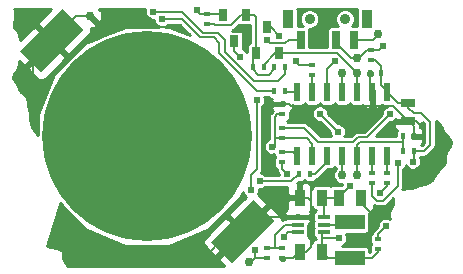
<source format=gbl>
G04 (created by PCBNEW (2013-may-18)-stable) date Mon 02 Nov 2015 08:13:46 PM CST*
%MOIN*%
G04 Gerber Fmt 3.4, Leading zero omitted, Abs format*
%FSLAX34Y34*%
G01*
G70*
G90*
G04 APERTURE LIST*
%ADD10C,0.00590551*%
%ADD11C,0.03*%
%ADD12R,0.0393701X0.015748*%
%ADD13R,0.0275591X0.0590551*%
%ADD14C,0.0354331*%
%ADD15R,0.0354331X0.0590551*%
%ADD16R,0.023622X0.0590551*%
%ADD17C,0.7*%
%ADD18R,0.0315X0.0394*%
%ADD19R,0.1X0.05*%
%ADD20R,0.035X0.055*%
%ADD21R,0.045X0.025*%
%ADD22R,0.0236X0.0157*%
%ADD23R,0.0157X0.0236*%
%ADD24C,0.024*%
%ADD25C,0.008*%
%ADD26C,0.01*%
G04 APERTURE END LIST*
G54D10*
G54D11*
X75800Y-56600D03*
X81100Y-64800D03*
X84200Y-61900D03*
X84700Y-58000D03*
X85400Y-57200D03*
X84700Y-61900D03*
X84200Y-58500D03*
X84700Y-58500D03*
G54D12*
X83583Y-63805D03*
X83583Y-63550D03*
X83583Y-63294D03*
X82716Y-63294D03*
X82716Y-63550D03*
X82716Y-63805D03*
G54D13*
X83995Y-57388D03*
X84585Y-57388D03*
X82814Y-57388D03*
G54D14*
X84290Y-56700D03*
X83109Y-56700D03*
G54D15*
X85018Y-56700D03*
X82381Y-56700D03*
G54D16*
X85700Y-61262D03*
X85200Y-61262D03*
X84700Y-61262D03*
X84200Y-61262D03*
X83700Y-61262D03*
X83200Y-61262D03*
X82700Y-61262D03*
X82700Y-59137D03*
X83200Y-59137D03*
X83700Y-59137D03*
X84200Y-59137D03*
X84700Y-59137D03*
X85200Y-59137D03*
X85700Y-59137D03*
G54D10*
G36*
X75578Y-57064D02*
X74164Y-58478D01*
X73457Y-57771D01*
X74871Y-56357D01*
X75578Y-57064D01*
X75578Y-57064D01*
G37*
G36*
X81942Y-63428D02*
X80528Y-64842D01*
X79821Y-64135D01*
X81235Y-62721D01*
X81942Y-63428D01*
X81942Y-63428D01*
G37*
G54D17*
X77700Y-60600D03*
G54D18*
X80600Y-57433D03*
X80975Y-56567D03*
X80225Y-56567D03*
X81700Y-56967D03*
X81325Y-57833D03*
X82075Y-57833D03*
G54D19*
X84450Y-64650D03*
X84450Y-63450D03*
G54D20*
X83525Y-62650D03*
X82775Y-62650D03*
X84075Y-62650D03*
X84825Y-62650D03*
X83525Y-64450D03*
X82775Y-64450D03*
G54D21*
X86400Y-59500D03*
X86400Y-60100D03*
G54D22*
X82200Y-64677D03*
X82200Y-64323D03*
G54D23*
X82773Y-61850D03*
X83127Y-61850D03*
G54D22*
X85700Y-62177D03*
X85700Y-61823D03*
X82200Y-59877D03*
X82200Y-59523D03*
X81700Y-64323D03*
X81700Y-64677D03*
G54D23*
X82277Y-58300D03*
X81923Y-58300D03*
G54D22*
X82200Y-60677D03*
X82200Y-60323D03*
X85400Y-64023D03*
X85400Y-64377D03*
X85150Y-58077D03*
X85150Y-57723D03*
G54D23*
X86577Y-60600D03*
X86223Y-60600D03*
X86223Y-61100D03*
X86577Y-61100D03*
X85477Y-58500D03*
X85123Y-58500D03*
G54D22*
X82200Y-61477D03*
X82200Y-61123D03*
G54D23*
X81923Y-59100D03*
X82277Y-59100D03*
X81577Y-58300D03*
X81223Y-58300D03*
G54D22*
X85200Y-62177D03*
X85200Y-61823D03*
X79700Y-56523D03*
X79700Y-56877D03*
X83200Y-58223D03*
X83200Y-58577D03*
G54D24*
X82250Y-63950D03*
X84100Y-64000D03*
X81850Y-60950D03*
X85800Y-59850D03*
X86550Y-61450D03*
X82100Y-57250D03*
X79350Y-56400D03*
X83950Y-58100D03*
X80800Y-57950D03*
X77900Y-56450D03*
X81300Y-64400D03*
X84450Y-62250D03*
X78900Y-57800D03*
X81700Y-57400D03*
X85650Y-63600D03*
X85550Y-57600D03*
X83700Y-56675D03*
X85300Y-63300D03*
X78650Y-64275D03*
X78750Y-56975D03*
X81025Y-57050D03*
X83850Y-59700D03*
X83325Y-57575D03*
X84425Y-59950D03*
X86850Y-60275D03*
X87400Y-60975D03*
X86450Y-61925D03*
X79550Y-64700D03*
X73900Y-59000D03*
X83700Y-62050D03*
X83450Y-59850D03*
X84050Y-60450D03*
X85450Y-62500D03*
X86050Y-61500D03*
X81450Y-62100D03*
X82350Y-61850D03*
X78200Y-56700D03*
X81350Y-59400D03*
X81150Y-62400D03*
X82650Y-58100D03*
G54D25*
X85200Y-61262D02*
X85200Y-61823D01*
X85700Y-61262D02*
X85700Y-61823D01*
X83525Y-64000D02*
X84100Y-64000D01*
X82394Y-63805D02*
X82716Y-63805D01*
X82250Y-63950D02*
X82394Y-63805D01*
X83525Y-64450D02*
X83525Y-64000D01*
X83525Y-64000D02*
X83525Y-63863D01*
X83525Y-63863D02*
X83583Y-63805D01*
X84450Y-64650D02*
X83725Y-64650D01*
X83725Y-64650D02*
X83525Y-64450D01*
X85400Y-64377D02*
X85400Y-64450D01*
X85200Y-64650D02*
X84450Y-64650D01*
X85400Y-64450D02*
X85200Y-64650D01*
X81950Y-60650D02*
X81950Y-60950D01*
X81900Y-60950D02*
X81850Y-60950D01*
X81950Y-60900D02*
X81900Y-60950D01*
X81950Y-60950D02*
X81950Y-60900D01*
X82200Y-60677D02*
X83027Y-60677D01*
X83200Y-60850D02*
X83200Y-61262D01*
X83027Y-60677D02*
X83200Y-60850D01*
X82200Y-60677D02*
X81977Y-60677D01*
X82023Y-59877D02*
X82200Y-59877D01*
X81950Y-59950D02*
X82023Y-59877D01*
X81950Y-60650D02*
X81950Y-59950D01*
X81977Y-60677D02*
X81950Y-60650D01*
X84200Y-59137D02*
X84200Y-58500D01*
X81577Y-58300D02*
X81577Y-58223D01*
X81967Y-57833D02*
X82075Y-57833D01*
X81577Y-58223D02*
X81967Y-57833D01*
X82075Y-57833D02*
X84033Y-57833D01*
X84033Y-57833D02*
X84700Y-58500D01*
X84700Y-59137D02*
X84700Y-58500D01*
X81325Y-57833D02*
X81325Y-56625D01*
X81267Y-56567D02*
X80975Y-56567D01*
X81325Y-56625D02*
X81267Y-56567D01*
X79700Y-56877D02*
X79927Y-56877D01*
X79927Y-56877D02*
X79950Y-56900D01*
X79950Y-56900D02*
X80500Y-56900D01*
X80500Y-56900D02*
X80833Y-56567D01*
X80833Y-56567D02*
X80975Y-56567D01*
X81223Y-58300D02*
X81223Y-58373D01*
X81923Y-58377D02*
X81923Y-58300D01*
X81750Y-58550D02*
X81923Y-58377D01*
X81400Y-58550D02*
X81750Y-58550D01*
X81223Y-58373D02*
X81400Y-58550D01*
X81223Y-58300D02*
X81223Y-57935D01*
X81223Y-57935D02*
X81325Y-57833D01*
X86400Y-59500D02*
X86400Y-59650D01*
X86925Y-61100D02*
X86577Y-61100D01*
X87125Y-60900D02*
X86925Y-61100D01*
X87125Y-60125D02*
X87125Y-60900D01*
X86825Y-59825D02*
X87125Y-60125D01*
X86575Y-59825D02*
X86825Y-59825D01*
X86400Y-59650D02*
X86575Y-59825D01*
X85477Y-58500D02*
X85477Y-58914D01*
X85477Y-58914D02*
X85700Y-59137D01*
X85150Y-58077D02*
X85277Y-58077D01*
X85477Y-58277D02*
X85477Y-58500D01*
X85277Y-58077D02*
X85477Y-58277D01*
X84733Y-60639D02*
X84950Y-60639D01*
X84573Y-60800D02*
X84733Y-60639D01*
X83400Y-60800D02*
X84573Y-60800D01*
X82923Y-60323D02*
X83400Y-60800D01*
X82200Y-60323D02*
X82923Y-60323D01*
X85150Y-60500D02*
X85800Y-59850D01*
X85010Y-60639D02*
X84950Y-60639D01*
X85150Y-60500D02*
X85010Y-60639D01*
X86550Y-61450D02*
X86577Y-61423D01*
X86577Y-61423D02*
X86577Y-61100D01*
X86400Y-59500D02*
X86062Y-59500D01*
X86062Y-59500D02*
X85700Y-59137D01*
X83200Y-59137D02*
X83200Y-58577D01*
X82700Y-59137D02*
X82314Y-59137D01*
X82314Y-59137D02*
X82277Y-59100D01*
X84200Y-61900D02*
X84200Y-61262D01*
X81817Y-56967D02*
X81700Y-56967D01*
X82100Y-57250D02*
X81817Y-56967D01*
X83700Y-59137D02*
X83700Y-58350D01*
X79473Y-56523D02*
X79700Y-56523D01*
X79350Y-56400D02*
X79473Y-56523D01*
X83700Y-58350D02*
X83950Y-58100D01*
X79700Y-56523D02*
X80181Y-56523D01*
X80181Y-56523D02*
X80225Y-56567D01*
X80600Y-57750D02*
X80800Y-57950D01*
X80600Y-57433D02*
X80600Y-57750D01*
X77900Y-56450D02*
X78850Y-56450D01*
X78850Y-56450D02*
X79550Y-57150D01*
X80300Y-57800D02*
X80800Y-58300D01*
X80800Y-58300D02*
X81250Y-58750D01*
X82277Y-58523D02*
X82277Y-58300D01*
X82050Y-58750D02*
X82277Y-58523D01*
X81250Y-58750D02*
X82050Y-58750D01*
X80300Y-57400D02*
X80300Y-57800D01*
X80050Y-57150D02*
X80300Y-57400D01*
X79550Y-57150D02*
X80050Y-57150D01*
X81100Y-64800D02*
X81150Y-64800D01*
X81150Y-64800D02*
X81300Y-64650D01*
X84075Y-62650D02*
X84075Y-62625D01*
X81327Y-64677D02*
X81700Y-64677D01*
X81300Y-64650D02*
X81327Y-64677D01*
X81300Y-64400D02*
X81300Y-64650D01*
X84075Y-62625D02*
X84450Y-62250D01*
X83525Y-62650D02*
X84075Y-62650D01*
X83583Y-63294D02*
X83583Y-62708D01*
X83583Y-62708D02*
X83525Y-62650D01*
X82814Y-57388D02*
X82411Y-57388D01*
X77700Y-59000D02*
X77700Y-60600D01*
X78900Y-57800D02*
X77700Y-59000D01*
X81800Y-57500D02*
X81700Y-57400D01*
X82300Y-57500D02*
X81800Y-57500D01*
X82411Y-57388D02*
X82300Y-57500D01*
X84585Y-57388D02*
X85211Y-57388D01*
X85211Y-57388D02*
X85400Y-57200D01*
X85400Y-63850D02*
X85400Y-64023D01*
X85650Y-63600D02*
X85400Y-63850D01*
X85427Y-57723D02*
X85550Y-57600D01*
X85150Y-57723D02*
X85427Y-57723D01*
X84700Y-58000D02*
X84750Y-58000D01*
X85027Y-57723D02*
X85150Y-57723D01*
X84750Y-58000D02*
X85027Y-57723D01*
X83995Y-57388D02*
X83995Y-57495D01*
X84500Y-58000D02*
X84700Y-58000D01*
X83995Y-57495D02*
X84500Y-58000D01*
X82200Y-61123D02*
X82560Y-61123D01*
X82560Y-61123D02*
X82700Y-61262D01*
X83700Y-61262D02*
X83700Y-61450D01*
X83300Y-61850D02*
X83127Y-61850D01*
X83700Y-61450D02*
X83300Y-61850D01*
X84700Y-61900D02*
X84700Y-61262D01*
X84700Y-61262D02*
X84700Y-60900D01*
X84700Y-60900D02*
X84800Y-60800D01*
X84800Y-60800D02*
X86223Y-60800D01*
X86223Y-60800D02*
X86200Y-60800D01*
X86200Y-60800D02*
X86223Y-60800D01*
X86223Y-61100D02*
X86223Y-60800D01*
X86223Y-60800D02*
X86223Y-60600D01*
X83325Y-57575D02*
X83325Y-57050D01*
X83325Y-57050D02*
X83700Y-56675D01*
X84825Y-62650D02*
X84825Y-62825D01*
X84825Y-62825D02*
X85300Y-63300D01*
X79075Y-64700D02*
X78650Y-64275D01*
X79550Y-64700D02*
X79075Y-64700D01*
X78725Y-56950D02*
X78750Y-56975D01*
X78525Y-56950D02*
X78725Y-56950D01*
X75800Y-56600D02*
X76175Y-56975D01*
X78025Y-56950D02*
X78525Y-56950D01*
X78525Y-56950D02*
X78550Y-56950D01*
X78000Y-56925D02*
X78025Y-56950D01*
X76125Y-56925D02*
X78000Y-56925D01*
X76175Y-56975D02*
X76125Y-56925D01*
X84425Y-59950D02*
X84100Y-59950D01*
X84100Y-59950D02*
X83850Y-59700D01*
X83325Y-57575D02*
X83325Y-57550D01*
X82200Y-59523D02*
X82423Y-59523D01*
X82500Y-59600D02*
X84200Y-59600D01*
X82423Y-59523D02*
X82500Y-59600D01*
X86650Y-60100D02*
X86825Y-60275D01*
X86825Y-60275D02*
X86850Y-60275D01*
X86400Y-60100D02*
X86650Y-60100D01*
X86450Y-61925D02*
X87400Y-60975D01*
X74518Y-57418D02*
X74518Y-57481D01*
X80468Y-63781D02*
X80881Y-63781D01*
X79550Y-64700D02*
X80468Y-63781D01*
X73900Y-58100D02*
X73900Y-59000D01*
X74518Y-57481D02*
X73900Y-58100D01*
X75800Y-56600D02*
X75336Y-56600D01*
X75336Y-56600D02*
X74518Y-57418D01*
X85123Y-58500D02*
X85123Y-59060D01*
X85123Y-59060D02*
X85200Y-59137D01*
X84425Y-59950D02*
X84200Y-59600D01*
X85200Y-59600D02*
X85900Y-59600D01*
X85900Y-59600D02*
X86400Y-60100D01*
X85200Y-59600D02*
X85200Y-59137D01*
X84200Y-59600D02*
X85200Y-59600D01*
X83700Y-62000D02*
X83700Y-62050D01*
X83150Y-62300D02*
X83450Y-62000D01*
X83450Y-62000D02*
X83700Y-62000D01*
X83150Y-62750D02*
X83150Y-62300D01*
X82716Y-63294D02*
X81369Y-63294D01*
X81369Y-63294D02*
X80881Y-63781D01*
X82200Y-64677D02*
X82548Y-64677D01*
X82548Y-64677D02*
X82775Y-64450D01*
X83150Y-63350D02*
X83150Y-62750D01*
X83050Y-62650D02*
X82775Y-62650D01*
X83150Y-62750D02*
X83050Y-62650D01*
X82775Y-64450D02*
X83000Y-64450D01*
X83094Y-63294D02*
X82716Y-63294D01*
X83150Y-63350D02*
X83094Y-63294D01*
X83150Y-64300D02*
X83150Y-63350D01*
X83000Y-64450D02*
X83150Y-64300D01*
X86577Y-60600D02*
X86577Y-60277D01*
X86577Y-60277D02*
X86400Y-60100D01*
X83450Y-59850D02*
X84050Y-60450D01*
X85700Y-62250D02*
X85450Y-62500D01*
X85700Y-62250D02*
X85700Y-62177D01*
X85200Y-62177D02*
X85200Y-62600D01*
X86050Y-62250D02*
X86050Y-61500D01*
X85550Y-62750D02*
X86050Y-62250D01*
X85350Y-62750D02*
X85550Y-62750D01*
X85200Y-62600D02*
X85350Y-62750D01*
X82750Y-61850D02*
X82500Y-62100D01*
X82500Y-62100D02*
X81450Y-62100D01*
X82773Y-61850D02*
X82750Y-61850D01*
X82200Y-61477D02*
X82200Y-61700D01*
X82200Y-61700D02*
X82350Y-61850D01*
X78200Y-56700D02*
X78850Y-56700D01*
X78850Y-56700D02*
X79460Y-57310D01*
X79550Y-57310D02*
X79460Y-57310D01*
X81923Y-59100D02*
X81373Y-59100D01*
X79910Y-57310D02*
X79550Y-57310D01*
X80100Y-57500D02*
X79910Y-57310D01*
X80100Y-57826D02*
X80100Y-57500D01*
X81373Y-59100D02*
X80100Y-57826D01*
X83200Y-58223D02*
X82773Y-58223D01*
X81350Y-59400D02*
X81350Y-61300D01*
X81350Y-61300D02*
X81350Y-61700D01*
X81350Y-61700D02*
X81150Y-61900D01*
X81150Y-61900D02*
X81150Y-62400D01*
X82773Y-58223D02*
X82650Y-58100D01*
X83583Y-63550D02*
X84350Y-63550D01*
X84350Y-63550D02*
X84450Y-63450D01*
X81950Y-64323D02*
X81950Y-63900D01*
X82300Y-63550D02*
X82716Y-63550D01*
X81950Y-63900D02*
X82300Y-63550D01*
X81700Y-64323D02*
X81950Y-64323D01*
X81950Y-64323D02*
X82200Y-64323D01*
G54D10*
G36*
X78098Y-56950D02*
X76977Y-56949D01*
X76205Y-57268D01*
X76006Y-57350D01*
X75635Y-57503D01*
X74968Y-58169D01*
X74968Y-58027D01*
X74968Y-57939D01*
X74518Y-57488D01*
X73713Y-58293D01*
X73713Y-58381D01*
X74022Y-58690D01*
X74114Y-58728D01*
X74213Y-58728D01*
X74305Y-58690D01*
X74376Y-58620D01*
X74968Y-58027D01*
X74968Y-58169D01*
X74607Y-58529D01*
X74050Y-59870D01*
X74050Y-60559D01*
X74043Y-60550D01*
X74035Y-60540D01*
X74028Y-60529D01*
X73918Y-60401D01*
X73857Y-60292D01*
X73789Y-60056D01*
X73789Y-59880D01*
X73785Y-59858D01*
X73784Y-59838D01*
X73727Y-59611D01*
X73708Y-59404D01*
X73707Y-59400D01*
X73707Y-59394D01*
X73697Y-59367D01*
X73690Y-59341D01*
X73687Y-59337D01*
X73685Y-59332D01*
X73625Y-59232D01*
X73610Y-59216D01*
X73598Y-59198D01*
X73588Y-59192D01*
X73580Y-59183D01*
X73561Y-59174D01*
X73543Y-59162D01*
X73475Y-59135D01*
X73442Y-59102D01*
X73315Y-58812D01*
X73309Y-58803D01*
X73305Y-58792D01*
X73245Y-58692D01*
X73239Y-58686D01*
X73235Y-58678D01*
X73209Y-58643D01*
X73209Y-58634D01*
X73247Y-58546D01*
X73373Y-58384D01*
X73376Y-58378D01*
X73381Y-58374D01*
X73390Y-58350D01*
X73403Y-58325D01*
X73404Y-58318D01*
X73406Y-58313D01*
X73426Y-58213D01*
X73426Y-58202D01*
X73429Y-58191D01*
X73435Y-58102D01*
X73554Y-58222D01*
X73642Y-58222D01*
X74447Y-57418D01*
X73996Y-56967D01*
X73908Y-56967D01*
X73466Y-57408D01*
X73466Y-57406D01*
X73426Y-57206D01*
X73422Y-57198D01*
X73421Y-57189D01*
X73410Y-57168D01*
X73401Y-57145D01*
X73394Y-57139D01*
X73390Y-57131D01*
X73290Y-57011D01*
X73271Y-56995D01*
X73269Y-56994D01*
X73269Y-56847D01*
X73287Y-56648D01*
X73304Y-56581D01*
X73304Y-56576D01*
X73306Y-56572D01*
X73306Y-56543D01*
X73307Y-56514D01*
X73306Y-56511D01*
X73306Y-56506D01*
X73286Y-56406D01*
X73280Y-56391D01*
X73276Y-56375D01*
X73273Y-56369D01*
X74505Y-56369D01*
X74067Y-56808D01*
X74067Y-56896D01*
X74518Y-57347D01*
X74523Y-57341D01*
X74594Y-57412D01*
X74588Y-57418D01*
X75039Y-57868D01*
X75127Y-57868D01*
X75720Y-57276D01*
X75790Y-57205D01*
X75828Y-57113D01*
X75828Y-57014D01*
X75822Y-56999D01*
X75912Y-56991D01*
X75997Y-56956D01*
X76006Y-56876D01*
X75800Y-56670D01*
X75794Y-56676D01*
X75723Y-56605D01*
X75729Y-56600D01*
X75723Y-56594D01*
X75794Y-56523D01*
X75800Y-56529D01*
X75805Y-56523D01*
X75876Y-56594D01*
X75870Y-56600D01*
X76076Y-56806D01*
X76156Y-56797D01*
X76205Y-56645D01*
X76191Y-56487D01*
X76156Y-56402D01*
X76076Y-56393D01*
X76101Y-56369D01*
X77640Y-56369D01*
X77630Y-56396D01*
X77629Y-56503D01*
X77670Y-56602D01*
X77746Y-56678D01*
X77846Y-56719D01*
X77929Y-56720D01*
X77929Y-56753D01*
X77970Y-56852D01*
X78046Y-56928D01*
X78098Y-56950D01*
X78098Y-56950D01*
G37*
G54D26*
X78098Y-56950D02*
X76977Y-56949D01*
X76205Y-57268D01*
X76006Y-57350D01*
X75635Y-57503D01*
X74968Y-58169D01*
X74968Y-58027D01*
X74968Y-57939D01*
X74518Y-57488D01*
X73713Y-58293D01*
X73713Y-58381D01*
X74022Y-58690D01*
X74114Y-58728D01*
X74213Y-58728D01*
X74305Y-58690D01*
X74376Y-58620D01*
X74968Y-58027D01*
X74968Y-58169D01*
X74607Y-58529D01*
X74050Y-59870D01*
X74050Y-60559D01*
X74043Y-60550D01*
X74035Y-60540D01*
X74028Y-60529D01*
X73918Y-60401D01*
X73857Y-60292D01*
X73789Y-60056D01*
X73789Y-59880D01*
X73785Y-59858D01*
X73784Y-59838D01*
X73727Y-59611D01*
X73708Y-59404D01*
X73707Y-59400D01*
X73707Y-59394D01*
X73697Y-59367D01*
X73690Y-59341D01*
X73687Y-59337D01*
X73685Y-59332D01*
X73625Y-59232D01*
X73610Y-59216D01*
X73598Y-59198D01*
X73588Y-59192D01*
X73580Y-59183D01*
X73561Y-59174D01*
X73543Y-59162D01*
X73475Y-59135D01*
X73442Y-59102D01*
X73315Y-58812D01*
X73309Y-58803D01*
X73305Y-58792D01*
X73245Y-58692D01*
X73239Y-58686D01*
X73235Y-58678D01*
X73209Y-58643D01*
X73209Y-58634D01*
X73247Y-58546D01*
X73373Y-58384D01*
X73376Y-58378D01*
X73381Y-58374D01*
X73390Y-58350D01*
X73403Y-58325D01*
X73404Y-58318D01*
X73406Y-58313D01*
X73426Y-58213D01*
X73426Y-58202D01*
X73429Y-58191D01*
X73435Y-58102D01*
X73554Y-58222D01*
X73642Y-58222D01*
X74447Y-57418D01*
X73996Y-56967D01*
X73908Y-56967D01*
X73466Y-57408D01*
X73466Y-57406D01*
X73426Y-57206D01*
X73422Y-57198D01*
X73421Y-57189D01*
X73410Y-57168D01*
X73401Y-57145D01*
X73394Y-57139D01*
X73390Y-57131D01*
X73290Y-57011D01*
X73271Y-56995D01*
X73269Y-56994D01*
X73269Y-56847D01*
X73287Y-56648D01*
X73304Y-56581D01*
X73304Y-56576D01*
X73306Y-56572D01*
X73306Y-56543D01*
X73307Y-56514D01*
X73306Y-56511D01*
X73306Y-56506D01*
X73286Y-56406D01*
X73280Y-56391D01*
X73276Y-56375D01*
X73273Y-56369D01*
X74505Y-56369D01*
X74067Y-56808D01*
X74067Y-56896D01*
X74518Y-57347D01*
X74523Y-57341D01*
X74594Y-57412D01*
X74588Y-57418D01*
X75039Y-57868D01*
X75127Y-57868D01*
X75720Y-57276D01*
X75790Y-57205D01*
X75828Y-57113D01*
X75828Y-57014D01*
X75822Y-56999D01*
X75912Y-56991D01*
X75997Y-56956D01*
X76006Y-56876D01*
X75800Y-56670D01*
X75794Y-56676D01*
X75723Y-56605D01*
X75729Y-56600D01*
X75723Y-56594D01*
X75794Y-56523D01*
X75800Y-56529D01*
X75805Y-56523D01*
X75876Y-56594D01*
X75870Y-56600D01*
X76076Y-56806D01*
X76156Y-56797D01*
X76205Y-56645D01*
X76191Y-56487D01*
X76156Y-56402D01*
X76076Y-56393D01*
X76101Y-56369D01*
X77640Y-56369D01*
X77630Y-56396D01*
X77629Y-56503D01*
X77670Y-56602D01*
X77746Y-56678D01*
X77846Y-56719D01*
X77929Y-56720D01*
X77929Y-56753D01*
X77970Y-56852D01*
X78046Y-56928D01*
X78098Y-56950D01*
G54D10*
G36*
X79117Y-57236D02*
X78429Y-56950D01*
X78300Y-56950D01*
X78352Y-56929D01*
X78391Y-56890D01*
X78771Y-56890D01*
X79117Y-57236D01*
X79117Y-57236D01*
G37*
G54D26*
X79117Y-57236D02*
X78429Y-56950D01*
X78300Y-56950D01*
X78352Y-56929D01*
X78391Y-56890D01*
X78771Y-56890D01*
X79117Y-57236D01*
G54D10*
G36*
X81135Y-57487D02*
X81082Y-57508D01*
X81040Y-57550D01*
X81017Y-57606D01*
X81017Y-57665D01*
X81017Y-57785D01*
X80953Y-57721D01*
X80892Y-57696D01*
X80907Y-57659D01*
X80907Y-57600D01*
X80907Y-57206D01*
X80884Y-57151D01*
X80842Y-57108D01*
X80787Y-57086D01*
X80727Y-57085D01*
X80520Y-57085D01*
X80572Y-57075D01*
X80634Y-57034D01*
X80764Y-56904D01*
X80787Y-56913D01*
X80847Y-56914D01*
X81135Y-56914D01*
X81135Y-57487D01*
X81135Y-57487D01*
G37*
G54D26*
X81135Y-57487D02*
X81082Y-57508D01*
X81040Y-57550D01*
X81017Y-57606D01*
X81017Y-57665D01*
X81017Y-57785D01*
X80953Y-57721D01*
X80892Y-57696D01*
X80907Y-57659D01*
X80907Y-57600D01*
X80907Y-57206D01*
X80884Y-57151D01*
X80842Y-57108D01*
X80787Y-57086D01*
X80727Y-57085D01*
X80520Y-57085D01*
X80572Y-57075D01*
X80634Y-57034D01*
X80764Y-56904D01*
X80787Y-56913D01*
X80847Y-56914D01*
X81135Y-56914D01*
X81135Y-57487D01*
G54D10*
G36*
X82257Y-59562D02*
X82250Y-59562D01*
X82250Y-59580D01*
X82150Y-59580D01*
X82150Y-59562D01*
X81894Y-59562D01*
X81832Y-59624D01*
X81831Y-59651D01*
X81869Y-59742D01*
X81879Y-59752D01*
X81815Y-59815D01*
X81774Y-59877D01*
X81760Y-59950D01*
X81760Y-60650D01*
X81760Y-60695D01*
X81697Y-60720D01*
X81621Y-60796D01*
X81580Y-60896D01*
X81579Y-61003D01*
X81620Y-61102D01*
X81696Y-61178D01*
X81796Y-61219D01*
X81903Y-61220D01*
X81931Y-61208D01*
X81931Y-61231D01*
X81954Y-61286D01*
X81968Y-61299D01*
X81954Y-61313D01*
X81932Y-61368D01*
X81931Y-61428D01*
X81931Y-61585D01*
X81954Y-61640D01*
X81996Y-61682D01*
X82010Y-61688D01*
X82010Y-61700D01*
X82024Y-61772D01*
X82065Y-61834D01*
X82080Y-61848D01*
X82079Y-61903D01*
X82082Y-61910D01*
X81641Y-61910D01*
X81603Y-61871D01*
X81503Y-61830D01*
X81487Y-61830D01*
X81525Y-61772D01*
X81540Y-61700D01*
X81540Y-61300D01*
X81540Y-59591D01*
X81578Y-59553D01*
X81619Y-59453D01*
X81620Y-59346D01*
X81596Y-59290D01*
X81711Y-59290D01*
X81717Y-59302D01*
X81759Y-59345D01*
X81814Y-59367D01*
X81843Y-59367D01*
X81831Y-59394D01*
X81832Y-59421D01*
X81894Y-59483D01*
X82150Y-59483D01*
X82150Y-59465D01*
X82250Y-59465D01*
X82250Y-59483D01*
X82257Y-59483D01*
X82257Y-59562D01*
X82257Y-59562D01*
G37*
G54D26*
X82257Y-59562D02*
X82250Y-59562D01*
X82250Y-59580D01*
X82150Y-59580D01*
X82150Y-59562D01*
X81894Y-59562D01*
X81832Y-59624D01*
X81831Y-59651D01*
X81869Y-59742D01*
X81879Y-59752D01*
X81815Y-59815D01*
X81774Y-59877D01*
X81760Y-59950D01*
X81760Y-60650D01*
X81760Y-60695D01*
X81697Y-60720D01*
X81621Y-60796D01*
X81580Y-60896D01*
X81579Y-61003D01*
X81620Y-61102D01*
X81696Y-61178D01*
X81796Y-61219D01*
X81903Y-61220D01*
X81931Y-61208D01*
X81931Y-61231D01*
X81954Y-61286D01*
X81968Y-61299D01*
X81954Y-61313D01*
X81932Y-61368D01*
X81931Y-61428D01*
X81931Y-61585D01*
X81954Y-61640D01*
X81996Y-61682D01*
X82010Y-61688D01*
X82010Y-61700D01*
X82024Y-61772D01*
X82065Y-61834D01*
X82080Y-61848D01*
X82079Y-61903D01*
X82082Y-61910D01*
X81641Y-61910D01*
X81603Y-61871D01*
X81503Y-61830D01*
X81487Y-61830D01*
X81525Y-61772D01*
X81540Y-61700D01*
X81540Y-61300D01*
X81540Y-59591D01*
X81578Y-59553D01*
X81619Y-59453D01*
X81620Y-59346D01*
X81596Y-59290D01*
X81711Y-59290D01*
X81717Y-59302D01*
X81759Y-59345D01*
X81814Y-59367D01*
X81843Y-59367D01*
X81831Y-59394D01*
X81832Y-59421D01*
X81894Y-59483D01*
X82150Y-59483D01*
X82150Y-59465D01*
X82250Y-59465D01*
X82250Y-59483D01*
X82257Y-59483D01*
X82257Y-59562D01*
G54D10*
G36*
X82257Y-64716D02*
X82250Y-64716D01*
X82250Y-64734D01*
X82150Y-64734D01*
X82150Y-64716D01*
X82142Y-64716D01*
X82142Y-64637D01*
X82150Y-64637D01*
X82150Y-64619D01*
X82250Y-64619D01*
X82250Y-64637D01*
X82257Y-64637D01*
X82257Y-64716D01*
X82257Y-64716D01*
G37*
G54D26*
X82257Y-64716D02*
X82250Y-64716D01*
X82250Y-64734D01*
X82150Y-64734D01*
X82150Y-64716D01*
X82142Y-64716D01*
X82142Y-64637D01*
X82150Y-64637D01*
X82150Y-64619D01*
X82250Y-64619D01*
X82250Y-64637D01*
X82257Y-64637D01*
X82257Y-64716D01*
G54D10*
G36*
X82832Y-64500D02*
X82825Y-64500D01*
X82825Y-64507D01*
X82725Y-64507D01*
X82725Y-64500D01*
X82717Y-64500D01*
X82717Y-64400D01*
X82725Y-64400D01*
X82725Y-64392D01*
X82825Y-64392D01*
X82825Y-64400D01*
X82832Y-64400D01*
X82832Y-64500D01*
X82832Y-64500D01*
G37*
G54D26*
X82832Y-64500D02*
X82825Y-64500D01*
X82825Y-64507D01*
X82725Y-64507D01*
X82725Y-64500D01*
X82717Y-64500D01*
X82717Y-64400D01*
X82725Y-64400D01*
X82725Y-64392D01*
X82825Y-64392D01*
X82825Y-64400D01*
X82832Y-64400D01*
X82832Y-64500D01*
G54D10*
G36*
X84180Y-62199D02*
X84180Y-62224D01*
X83870Y-62224D01*
X83815Y-62247D01*
X83800Y-62262D01*
X83785Y-62247D01*
X83729Y-62225D01*
X83670Y-62224D01*
X83320Y-62224D01*
X83265Y-62247D01*
X83222Y-62289D01*
X83200Y-62345D01*
X83199Y-62374D01*
X83199Y-62325D01*
X83161Y-62233D01*
X83091Y-62162D01*
X82999Y-62124D01*
X82887Y-62125D01*
X82825Y-62187D01*
X82825Y-62600D01*
X82832Y-62600D01*
X82832Y-62700D01*
X82825Y-62700D01*
X82825Y-62707D01*
X82725Y-62707D01*
X82725Y-62700D01*
X82412Y-62700D01*
X82350Y-62762D01*
X82349Y-62875D01*
X82350Y-62974D01*
X82366Y-63015D01*
X82308Y-63073D01*
X82270Y-63165D01*
X82270Y-63192D01*
X82332Y-63254D01*
X82666Y-63254D01*
X82666Y-63236D01*
X82725Y-63236D01*
X82766Y-63236D01*
X82766Y-63254D01*
X83101Y-63254D01*
X83163Y-63192D01*
X83163Y-63165D01*
X83134Y-63094D01*
X83161Y-63066D01*
X83199Y-62974D01*
X83199Y-62954D01*
X83199Y-62954D01*
X83222Y-63009D01*
X83264Y-63052D01*
X83320Y-63074D01*
X83333Y-63074D01*
X83301Y-63088D01*
X83259Y-63130D01*
X83236Y-63185D01*
X83236Y-63245D01*
X83236Y-63402D01*
X83244Y-63422D01*
X83236Y-63441D01*
X83236Y-63500D01*
X83236Y-63658D01*
X83244Y-63677D01*
X83236Y-63697D01*
X83236Y-63756D01*
X83236Y-63914D01*
X83258Y-63969D01*
X83301Y-64011D01*
X83333Y-64024D01*
X83320Y-64024D01*
X83265Y-64047D01*
X83222Y-64089D01*
X83200Y-64145D01*
X83199Y-64174D01*
X83199Y-64125D01*
X83161Y-64033D01*
X83091Y-63962D01*
X83050Y-63946D01*
X83063Y-63914D01*
X83063Y-63854D01*
X83063Y-63697D01*
X83055Y-63677D01*
X83063Y-63658D01*
X83063Y-63599D01*
X83063Y-63576D01*
X83125Y-63514D01*
X83163Y-63422D01*
X83163Y-63395D01*
X83101Y-63333D01*
X82973Y-63333D01*
X82943Y-63321D01*
X82884Y-63321D01*
X82725Y-63321D01*
X82490Y-63321D01*
X82460Y-63333D01*
X82332Y-63333D01*
X82306Y-63360D01*
X82300Y-63360D01*
X82299Y-63360D01*
X82287Y-63362D01*
X82227Y-63374D01*
X82192Y-63397D01*
X82192Y-63378D01*
X82154Y-63286D01*
X81845Y-62977D01*
X81757Y-62977D01*
X80952Y-63781D01*
X80958Y-63787D01*
X80887Y-63858D01*
X80881Y-63852D01*
X80811Y-63923D01*
X80811Y-63781D01*
X80360Y-63331D01*
X80272Y-63331D01*
X79679Y-63923D01*
X79609Y-63994D01*
X79571Y-64086D01*
X79571Y-64185D01*
X79609Y-64277D01*
X79918Y-64586D01*
X80006Y-64586D01*
X80811Y-63781D01*
X80811Y-63923D01*
X80077Y-64657D01*
X80077Y-64745D01*
X80262Y-64930D01*
X75039Y-64930D01*
X75038Y-64929D01*
X75031Y-64903D01*
X74971Y-64784D01*
X74961Y-64770D01*
X74952Y-64753D01*
X74898Y-64686D01*
X74892Y-64657D01*
X74907Y-64568D01*
X74906Y-64542D01*
X74908Y-64517D01*
X74905Y-64509D01*
X74905Y-64501D01*
X74895Y-64479D01*
X74886Y-64454D01*
X74881Y-64448D01*
X74878Y-64441D01*
X74861Y-64425D01*
X74843Y-64404D01*
X74835Y-64400D01*
X74829Y-64396D01*
X74809Y-64388D01*
X74783Y-64375D01*
X74354Y-64261D01*
X74782Y-62869D01*
X74784Y-62845D01*
X75629Y-63692D01*
X76970Y-64249D01*
X78422Y-64250D01*
X79764Y-63696D01*
X80792Y-62670D01*
X80881Y-62456D01*
X80920Y-62552D01*
X80985Y-62617D01*
X80431Y-63172D01*
X80431Y-63260D01*
X80881Y-63711D01*
X81686Y-62906D01*
X81686Y-62818D01*
X81391Y-62523D01*
X81419Y-62453D01*
X81420Y-62369D01*
X81503Y-62370D01*
X81602Y-62329D01*
X81641Y-62290D01*
X82364Y-62290D01*
X82350Y-62325D01*
X82349Y-62424D01*
X82350Y-62537D01*
X82412Y-62600D01*
X82725Y-62600D01*
X82725Y-62187D01*
X82703Y-62165D01*
X82750Y-62118D01*
X82881Y-62118D01*
X82936Y-62095D01*
X82949Y-62081D01*
X82963Y-62095D01*
X83018Y-62117D01*
X83078Y-62118D01*
X83235Y-62118D01*
X83290Y-62095D01*
X83332Y-62053D01*
X83341Y-62031D01*
X83372Y-62025D01*
X83434Y-61984D01*
X83710Y-61708D01*
X83847Y-61708D01*
X83902Y-61685D01*
X83945Y-61643D01*
X83949Y-61631D01*
X83954Y-61643D01*
X83993Y-61682D01*
X83945Y-61729D01*
X83900Y-61840D01*
X83899Y-61959D01*
X83945Y-62069D01*
X84029Y-62154D01*
X84140Y-62199D01*
X84180Y-62199D01*
X84180Y-62199D01*
G37*
G54D26*
X84180Y-62199D02*
X84180Y-62224D01*
X83870Y-62224D01*
X83815Y-62247D01*
X83800Y-62262D01*
X83785Y-62247D01*
X83729Y-62225D01*
X83670Y-62224D01*
X83320Y-62224D01*
X83265Y-62247D01*
X83222Y-62289D01*
X83200Y-62345D01*
X83199Y-62374D01*
X83199Y-62325D01*
X83161Y-62233D01*
X83091Y-62162D01*
X82999Y-62124D01*
X82887Y-62125D01*
X82825Y-62187D01*
X82825Y-62600D01*
X82832Y-62600D01*
X82832Y-62700D01*
X82825Y-62700D01*
X82825Y-62707D01*
X82725Y-62707D01*
X82725Y-62700D01*
X82412Y-62700D01*
X82350Y-62762D01*
X82349Y-62875D01*
X82350Y-62974D01*
X82366Y-63015D01*
X82308Y-63073D01*
X82270Y-63165D01*
X82270Y-63192D01*
X82332Y-63254D01*
X82666Y-63254D01*
X82666Y-63236D01*
X82725Y-63236D01*
X82766Y-63236D01*
X82766Y-63254D01*
X83101Y-63254D01*
X83163Y-63192D01*
X83163Y-63165D01*
X83134Y-63094D01*
X83161Y-63066D01*
X83199Y-62974D01*
X83199Y-62954D01*
X83199Y-62954D01*
X83222Y-63009D01*
X83264Y-63052D01*
X83320Y-63074D01*
X83333Y-63074D01*
X83301Y-63088D01*
X83259Y-63130D01*
X83236Y-63185D01*
X83236Y-63245D01*
X83236Y-63402D01*
X83244Y-63422D01*
X83236Y-63441D01*
X83236Y-63500D01*
X83236Y-63658D01*
X83244Y-63677D01*
X83236Y-63697D01*
X83236Y-63756D01*
X83236Y-63914D01*
X83258Y-63969D01*
X83301Y-64011D01*
X83333Y-64024D01*
X83320Y-64024D01*
X83265Y-64047D01*
X83222Y-64089D01*
X83200Y-64145D01*
X83199Y-64174D01*
X83199Y-64125D01*
X83161Y-64033D01*
X83091Y-63962D01*
X83050Y-63946D01*
X83063Y-63914D01*
X83063Y-63854D01*
X83063Y-63697D01*
X83055Y-63677D01*
X83063Y-63658D01*
X83063Y-63599D01*
X83063Y-63576D01*
X83125Y-63514D01*
X83163Y-63422D01*
X83163Y-63395D01*
X83101Y-63333D01*
X82973Y-63333D01*
X82943Y-63321D01*
X82884Y-63321D01*
X82725Y-63321D01*
X82490Y-63321D01*
X82460Y-63333D01*
X82332Y-63333D01*
X82306Y-63360D01*
X82300Y-63360D01*
X82299Y-63360D01*
X82287Y-63362D01*
X82227Y-63374D01*
X82192Y-63397D01*
X82192Y-63378D01*
X82154Y-63286D01*
X81845Y-62977D01*
X81757Y-62977D01*
X80952Y-63781D01*
X80958Y-63787D01*
X80887Y-63858D01*
X80881Y-63852D01*
X80811Y-63923D01*
X80811Y-63781D01*
X80360Y-63331D01*
X80272Y-63331D01*
X79679Y-63923D01*
X79609Y-63994D01*
X79571Y-64086D01*
X79571Y-64185D01*
X79609Y-64277D01*
X79918Y-64586D01*
X80006Y-64586D01*
X80811Y-63781D01*
X80811Y-63923D01*
X80077Y-64657D01*
X80077Y-64745D01*
X80262Y-64930D01*
X75039Y-64930D01*
X75038Y-64929D01*
X75031Y-64903D01*
X74971Y-64784D01*
X74961Y-64770D01*
X74952Y-64753D01*
X74898Y-64686D01*
X74892Y-64657D01*
X74907Y-64568D01*
X74906Y-64542D01*
X74908Y-64517D01*
X74905Y-64509D01*
X74905Y-64501D01*
X74895Y-64479D01*
X74886Y-64454D01*
X74881Y-64448D01*
X74878Y-64441D01*
X74861Y-64425D01*
X74843Y-64404D01*
X74835Y-64400D01*
X74829Y-64396D01*
X74809Y-64388D01*
X74783Y-64375D01*
X74354Y-64261D01*
X74782Y-62869D01*
X74784Y-62845D01*
X75629Y-63692D01*
X76970Y-64249D01*
X78422Y-64250D01*
X79764Y-63696D01*
X80792Y-62670D01*
X80881Y-62456D01*
X80920Y-62552D01*
X80985Y-62617D01*
X80431Y-63172D01*
X80431Y-63260D01*
X80881Y-63711D01*
X81686Y-62906D01*
X81686Y-62818D01*
X81391Y-62523D01*
X81419Y-62453D01*
X81420Y-62369D01*
X81503Y-62370D01*
X81602Y-62329D01*
X81641Y-62290D01*
X82364Y-62290D01*
X82350Y-62325D01*
X82349Y-62424D01*
X82350Y-62537D01*
X82412Y-62600D01*
X82725Y-62600D01*
X82725Y-62187D01*
X82703Y-62165D01*
X82750Y-62118D01*
X82881Y-62118D01*
X82936Y-62095D01*
X82949Y-62081D01*
X82963Y-62095D01*
X83018Y-62117D01*
X83078Y-62118D01*
X83235Y-62118D01*
X83290Y-62095D01*
X83332Y-62053D01*
X83341Y-62031D01*
X83372Y-62025D01*
X83434Y-61984D01*
X83710Y-61708D01*
X83847Y-61708D01*
X83902Y-61685D01*
X83945Y-61643D01*
X83949Y-61631D01*
X83954Y-61643D01*
X83993Y-61682D01*
X83945Y-61729D01*
X83900Y-61840D01*
X83899Y-61959D01*
X83945Y-62069D01*
X84029Y-62154D01*
X84140Y-62199D01*
X84180Y-62199D01*
G54D10*
G36*
X84693Y-56369D02*
X84691Y-56374D01*
X84691Y-56434D01*
X84691Y-56943D01*
X84509Y-56943D01*
X84567Y-56885D01*
X84617Y-56765D01*
X84617Y-56635D01*
X84568Y-56514D01*
X84476Y-56422D01*
X84355Y-56372D01*
X84225Y-56372D01*
X84105Y-56422D01*
X84013Y-56514D01*
X83963Y-56634D01*
X83963Y-56764D01*
X84013Y-56885D01*
X84071Y-56943D01*
X83827Y-56943D01*
X83772Y-56966D01*
X83730Y-57008D01*
X83707Y-57063D01*
X83707Y-57123D01*
X83707Y-57643D01*
X83101Y-57643D01*
X83101Y-57063D01*
X83086Y-57027D01*
X83174Y-57027D01*
X83294Y-56977D01*
X83386Y-56885D01*
X83436Y-56765D01*
X83436Y-56635D01*
X83386Y-56514D01*
X83295Y-56422D01*
X83174Y-56372D01*
X83044Y-56372D01*
X82924Y-56422D01*
X82832Y-56514D01*
X82782Y-56634D01*
X82782Y-56764D01*
X82831Y-56885D01*
X82890Y-56943D01*
X82708Y-56943D01*
X82708Y-56375D01*
X82706Y-56369D01*
X84693Y-56369D01*
X84693Y-56369D01*
G37*
G54D26*
X84693Y-56369D02*
X84691Y-56374D01*
X84691Y-56434D01*
X84691Y-56943D01*
X84509Y-56943D01*
X84567Y-56885D01*
X84617Y-56765D01*
X84617Y-56635D01*
X84568Y-56514D01*
X84476Y-56422D01*
X84355Y-56372D01*
X84225Y-56372D01*
X84105Y-56422D01*
X84013Y-56514D01*
X83963Y-56634D01*
X83963Y-56764D01*
X84013Y-56885D01*
X84071Y-56943D01*
X83827Y-56943D01*
X83772Y-56966D01*
X83730Y-57008D01*
X83707Y-57063D01*
X83707Y-57123D01*
X83707Y-57643D01*
X83101Y-57643D01*
X83101Y-57063D01*
X83086Y-57027D01*
X83174Y-57027D01*
X83294Y-56977D01*
X83386Y-56885D01*
X83436Y-56765D01*
X83436Y-56635D01*
X83386Y-56514D01*
X83295Y-56422D01*
X83174Y-56372D01*
X83044Y-56372D01*
X82924Y-56422D01*
X82832Y-56514D01*
X82782Y-56634D01*
X82782Y-56764D01*
X82831Y-56885D01*
X82890Y-56943D01*
X82708Y-56943D01*
X82708Y-56375D01*
X82706Y-56369D01*
X84693Y-56369D01*
G54D10*
G36*
X84882Y-62700D02*
X84875Y-62700D01*
X84875Y-62707D01*
X84775Y-62707D01*
X84775Y-62700D01*
X84767Y-62700D01*
X84767Y-62600D01*
X84775Y-62600D01*
X84775Y-62592D01*
X84875Y-62592D01*
X84875Y-62600D01*
X84882Y-62600D01*
X84882Y-62700D01*
X84882Y-62700D01*
G37*
G54D26*
X84882Y-62700D02*
X84875Y-62700D01*
X84875Y-62707D01*
X84775Y-62707D01*
X84775Y-62700D01*
X84767Y-62700D01*
X84767Y-62600D01*
X84775Y-62600D01*
X84775Y-62592D01*
X84875Y-62592D01*
X84875Y-62600D01*
X84882Y-62600D01*
X84882Y-62700D01*
G54D10*
G36*
X85180Y-58550D02*
X85162Y-58550D01*
X85162Y-58557D01*
X85083Y-58557D01*
X85083Y-58550D01*
X85065Y-58550D01*
X85065Y-58450D01*
X85083Y-58450D01*
X85083Y-58442D01*
X85162Y-58442D01*
X85162Y-58450D01*
X85180Y-58450D01*
X85180Y-58550D01*
X85180Y-58550D01*
G37*
G54D26*
X85180Y-58550D02*
X85162Y-58550D01*
X85162Y-58557D01*
X85083Y-58557D01*
X85083Y-58550D01*
X85065Y-58550D01*
X85065Y-58450D01*
X85083Y-58450D01*
X85083Y-58442D01*
X85162Y-58442D01*
X85162Y-58450D01*
X85180Y-58450D01*
X85180Y-58550D01*
G54D10*
G36*
X85740Y-59582D02*
X85647Y-59620D01*
X85571Y-59696D01*
X85530Y-59796D01*
X85529Y-59851D01*
X85015Y-60365D01*
X85015Y-60365D01*
X84931Y-60449D01*
X84733Y-60449D01*
X84661Y-60464D01*
X84599Y-60505D01*
X84495Y-60610D01*
X84271Y-60610D01*
X84278Y-60603D01*
X84319Y-60503D01*
X84320Y-60396D01*
X84279Y-60297D01*
X84203Y-60221D01*
X84103Y-60180D01*
X84048Y-60179D01*
X83719Y-59851D01*
X83720Y-59796D01*
X83679Y-59697D01*
X83603Y-59621D01*
X83503Y-59580D01*
X83396Y-59579D01*
X83297Y-59620D01*
X83221Y-59696D01*
X83180Y-59796D01*
X83179Y-59903D01*
X83220Y-60002D01*
X83296Y-60078D01*
X83396Y-60119D01*
X83451Y-60120D01*
X83780Y-60448D01*
X83779Y-60503D01*
X83820Y-60602D01*
X83828Y-60610D01*
X83478Y-60610D01*
X83057Y-60188D01*
X82995Y-60147D01*
X82923Y-60133D01*
X82418Y-60133D01*
X82403Y-60117D01*
X82361Y-60099D01*
X82402Y-60082D01*
X82445Y-60040D01*
X82467Y-59985D01*
X82468Y-59925D01*
X82468Y-59805D01*
X82530Y-59742D01*
X82568Y-59651D01*
X82568Y-59624D01*
X82516Y-59573D01*
X82529Y-59573D01*
X82551Y-59582D01*
X82611Y-59582D01*
X82847Y-59582D01*
X82902Y-59559D01*
X82945Y-59517D01*
X82949Y-59505D01*
X82954Y-59517D01*
X82996Y-59559D01*
X83051Y-59582D01*
X83111Y-59582D01*
X83347Y-59582D01*
X83402Y-59559D01*
X83445Y-59517D01*
X83449Y-59505D01*
X83454Y-59517D01*
X83496Y-59559D01*
X83551Y-59582D01*
X83611Y-59582D01*
X83847Y-59582D01*
X83902Y-59559D01*
X83945Y-59517D01*
X83949Y-59505D01*
X83954Y-59517D01*
X83996Y-59559D01*
X84051Y-59582D01*
X84111Y-59582D01*
X84347Y-59582D01*
X84402Y-59559D01*
X84445Y-59517D01*
X84449Y-59505D01*
X84454Y-59517D01*
X84496Y-59559D01*
X84551Y-59582D01*
X84611Y-59582D01*
X84847Y-59582D01*
X84869Y-59573D01*
X84870Y-59574D01*
X84940Y-59644D01*
X85032Y-59682D01*
X85087Y-59682D01*
X85150Y-59619D01*
X85150Y-59187D01*
X85142Y-59187D01*
X85142Y-59087D01*
X85150Y-59087D01*
X85150Y-59079D01*
X85250Y-59079D01*
X85250Y-59087D01*
X85257Y-59087D01*
X85257Y-59187D01*
X85250Y-59187D01*
X85250Y-59619D01*
X85312Y-59682D01*
X85367Y-59682D01*
X85459Y-59644D01*
X85529Y-59574D01*
X85530Y-59573D01*
X85551Y-59582D01*
X85611Y-59582D01*
X85740Y-59582D01*
X85740Y-59582D01*
G37*
G54D26*
X85740Y-59582D02*
X85647Y-59620D01*
X85571Y-59696D01*
X85530Y-59796D01*
X85529Y-59851D01*
X85015Y-60365D01*
X85015Y-60365D01*
X84931Y-60449D01*
X84733Y-60449D01*
X84661Y-60464D01*
X84599Y-60505D01*
X84495Y-60610D01*
X84271Y-60610D01*
X84278Y-60603D01*
X84319Y-60503D01*
X84320Y-60396D01*
X84279Y-60297D01*
X84203Y-60221D01*
X84103Y-60180D01*
X84048Y-60179D01*
X83719Y-59851D01*
X83720Y-59796D01*
X83679Y-59697D01*
X83603Y-59621D01*
X83503Y-59580D01*
X83396Y-59579D01*
X83297Y-59620D01*
X83221Y-59696D01*
X83180Y-59796D01*
X83179Y-59903D01*
X83220Y-60002D01*
X83296Y-60078D01*
X83396Y-60119D01*
X83451Y-60120D01*
X83780Y-60448D01*
X83779Y-60503D01*
X83820Y-60602D01*
X83828Y-60610D01*
X83478Y-60610D01*
X83057Y-60188D01*
X82995Y-60147D01*
X82923Y-60133D01*
X82418Y-60133D01*
X82403Y-60117D01*
X82361Y-60099D01*
X82402Y-60082D01*
X82445Y-60040D01*
X82467Y-59985D01*
X82468Y-59925D01*
X82468Y-59805D01*
X82530Y-59742D01*
X82568Y-59651D01*
X82568Y-59624D01*
X82516Y-59573D01*
X82529Y-59573D01*
X82551Y-59582D01*
X82611Y-59582D01*
X82847Y-59582D01*
X82902Y-59559D01*
X82945Y-59517D01*
X82949Y-59505D01*
X82954Y-59517D01*
X82996Y-59559D01*
X83051Y-59582D01*
X83111Y-59582D01*
X83347Y-59582D01*
X83402Y-59559D01*
X83445Y-59517D01*
X83449Y-59505D01*
X83454Y-59517D01*
X83496Y-59559D01*
X83551Y-59582D01*
X83611Y-59582D01*
X83847Y-59582D01*
X83902Y-59559D01*
X83945Y-59517D01*
X83949Y-59505D01*
X83954Y-59517D01*
X83996Y-59559D01*
X84051Y-59582D01*
X84111Y-59582D01*
X84347Y-59582D01*
X84402Y-59559D01*
X84445Y-59517D01*
X84449Y-59505D01*
X84454Y-59517D01*
X84496Y-59559D01*
X84551Y-59582D01*
X84611Y-59582D01*
X84847Y-59582D01*
X84869Y-59573D01*
X84870Y-59574D01*
X84940Y-59644D01*
X85032Y-59682D01*
X85087Y-59682D01*
X85150Y-59619D01*
X85150Y-59187D01*
X85142Y-59187D01*
X85142Y-59087D01*
X85150Y-59087D01*
X85150Y-59079D01*
X85250Y-59079D01*
X85250Y-59087D01*
X85257Y-59087D01*
X85257Y-59187D01*
X85250Y-59187D01*
X85250Y-59619D01*
X85312Y-59682D01*
X85367Y-59682D01*
X85459Y-59644D01*
X85529Y-59574D01*
X85530Y-59573D01*
X85551Y-59582D01*
X85611Y-59582D01*
X85740Y-59582D01*
G54D10*
G36*
X85900Y-62668D02*
X85896Y-62686D01*
X85890Y-62717D01*
X85890Y-62718D01*
X85890Y-62720D01*
X85890Y-62860D01*
X85788Y-63064D01*
X85786Y-63069D01*
X85783Y-63075D01*
X85777Y-63101D01*
X85770Y-63127D01*
X85771Y-63133D01*
X85770Y-63140D01*
X85770Y-63280D01*
X85774Y-63303D01*
X85777Y-63327D01*
X85781Y-63335D01*
X85783Y-63344D01*
X85796Y-63364D01*
X85798Y-63369D01*
X85703Y-63330D01*
X85596Y-63329D01*
X85497Y-63370D01*
X85421Y-63446D01*
X85380Y-63546D01*
X85379Y-63601D01*
X85265Y-63715D01*
X85224Y-63777D01*
X85218Y-63808D01*
X85197Y-63817D01*
X85154Y-63859D01*
X85132Y-63914D01*
X85131Y-63974D01*
X85131Y-64131D01*
X85154Y-64186D01*
X85168Y-64199D01*
X85154Y-64213D01*
X85132Y-64268D01*
X85131Y-64328D01*
X85131Y-64449D01*
X85121Y-64460D01*
X85100Y-64460D01*
X85100Y-64370D01*
X85077Y-64315D01*
X85035Y-64272D01*
X84979Y-64250D01*
X84920Y-64249D01*
X84202Y-64249D01*
X84252Y-64229D01*
X84328Y-64153D01*
X84369Y-64053D01*
X84370Y-63946D01*
X84330Y-63850D01*
X84979Y-63850D01*
X85034Y-63827D01*
X85077Y-63785D01*
X85099Y-63729D01*
X85100Y-63670D01*
X85100Y-63170D01*
X85094Y-63156D01*
X85141Y-63137D01*
X85211Y-63066D01*
X85249Y-62974D01*
X85250Y-62907D01*
X85277Y-62925D01*
X85350Y-62940D01*
X85550Y-62940D01*
X85622Y-62925D01*
X85684Y-62884D01*
X85900Y-62668D01*
X85900Y-62668D01*
G37*
G54D26*
X85900Y-62668D02*
X85896Y-62686D01*
X85890Y-62717D01*
X85890Y-62718D01*
X85890Y-62720D01*
X85890Y-62860D01*
X85788Y-63064D01*
X85786Y-63069D01*
X85783Y-63075D01*
X85777Y-63101D01*
X85770Y-63127D01*
X85771Y-63133D01*
X85770Y-63140D01*
X85770Y-63280D01*
X85774Y-63303D01*
X85777Y-63327D01*
X85781Y-63335D01*
X85783Y-63344D01*
X85796Y-63364D01*
X85798Y-63369D01*
X85703Y-63330D01*
X85596Y-63329D01*
X85497Y-63370D01*
X85421Y-63446D01*
X85380Y-63546D01*
X85379Y-63601D01*
X85265Y-63715D01*
X85224Y-63777D01*
X85218Y-63808D01*
X85197Y-63817D01*
X85154Y-63859D01*
X85132Y-63914D01*
X85131Y-63974D01*
X85131Y-64131D01*
X85154Y-64186D01*
X85168Y-64199D01*
X85154Y-64213D01*
X85132Y-64268D01*
X85131Y-64328D01*
X85131Y-64449D01*
X85121Y-64460D01*
X85100Y-64460D01*
X85100Y-64370D01*
X85077Y-64315D01*
X85035Y-64272D01*
X84979Y-64250D01*
X84920Y-64249D01*
X84202Y-64249D01*
X84252Y-64229D01*
X84328Y-64153D01*
X84369Y-64053D01*
X84370Y-63946D01*
X84330Y-63850D01*
X84979Y-63850D01*
X85034Y-63827D01*
X85077Y-63785D01*
X85099Y-63729D01*
X85100Y-63670D01*
X85100Y-63170D01*
X85094Y-63156D01*
X85141Y-63137D01*
X85211Y-63066D01*
X85249Y-62974D01*
X85250Y-62907D01*
X85277Y-62925D01*
X85350Y-62940D01*
X85550Y-62940D01*
X85622Y-62925D01*
X85684Y-62884D01*
X85900Y-62668D01*
G54D10*
G36*
X86457Y-60150D02*
X86450Y-60150D01*
X86450Y-60157D01*
X86350Y-60157D01*
X86350Y-60150D01*
X85987Y-60150D01*
X85925Y-60212D01*
X85924Y-60274D01*
X85962Y-60366D01*
X86010Y-60413D01*
X85994Y-60452D01*
X85994Y-60511D01*
X85994Y-60610D01*
X85308Y-60610D01*
X85798Y-60119D01*
X85853Y-60120D01*
X85952Y-60079D01*
X85984Y-60047D01*
X85987Y-60050D01*
X86350Y-60050D01*
X86350Y-60042D01*
X86450Y-60042D01*
X86450Y-60050D01*
X86457Y-60050D01*
X86457Y-60150D01*
X86457Y-60150D01*
G37*
G54D26*
X86457Y-60150D02*
X86450Y-60150D01*
X86450Y-60157D01*
X86350Y-60157D01*
X86350Y-60150D01*
X85987Y-60150D01*
X85925Y-60212D01*
X85924Y-60274D01*
X85962Y-60366D01*
X86010Y-60413D01*
X85994Y-60452D01*
X85994Y-60511D01*
X85994Y-60610D01*
X85308Y-60610D01*
X85798Y-60119D01*
X85853Y-60120D01*
X85952Y-60079D01*
X85984Y-60047D01*
X85987Y-60050D01*
X86350Y-60050D01*
X86350Y-60042D01*
X86450Y-60042D01*
X86450Y-60050D01*
X86457Y-60050D01*
X86457Y-60150D01*
G54D10*
G36*
X86935Y-60821D02*
X86846Y-60910D01*
X86817Y-60910D01*
X86867Y-60859D01*
X86905Y-60767D01*
X86905Y-60668D01*
X86905Y-60712D01*
X86843Y-60650D01*
X86616Y-60650D01*
X86616Y-60657D01*
X86537Y-60657D01*
X86537Y-60650D01*
X86519Y-60650D01*
X86519Y-60550D01*
X86537Y-60550D01*
X86537Y-60542D01*
X86616Y-60542D01*
X86616Y-60550D01*
X86843Y-60550D01*
X86905Y-60487D01*
X86905Y-60531D01*
X86905Y-60432D01*
X86867Y-60340D01*
X86853Y-60326D01*
X86875Y-60274D01*
X86875Y-60212D01*
X86812Y-60150D01*
X86875Y-60150D01*
X86875Y-60143D01*
X86935Y-60203D01*
X86935Y-60821D01*
X86935Y-60821D01*
G37*
G54D26*
X86935Y-60821D02*
X86846Y-60910D01*
X86817Y-60910D01*
X86867Y-60859D01*
X86905Y-60767D01*
X86905Y-60668D01*
X86905Y-60712D01*
X86843Y-60650D01*
X86616Y-60650D01*
X86616Y-60657D01*
X86537Y-60657D01*
X86537Y-60650D01*
X86519Y-60650D01*
X86519Y-60550D01*
X86537Y-60550D01*
X86537Y-60542D01*
X86616Y-60542D01*
X86616Y-60550D01*
X86843Y-60550D01*
X86905Y-60487D01*
X86905Y-60531D01*
X86905Y-60432D01*
X86867Y-60340D01*
X86853Y-60326D01*
X86875Y-60274D01*
X86875Y-60212D01*
X86812Y-60150D01*
X86875Y-60150D01*
X86875Y-60143D01*
X86935Y-60203D01*
X86935Y-60821D01*
G54D10*
G36*
X87810Y-60835D02*
X87782Y-60935D01*
X87671Y-61138D01*
X87667Y-61148D01*
X87662Y-61156D01*
X87622Y-61256D01*
X87616Y-61288D01*
X87610Y-61320D01*
X87610Y-61466D01*
X87598Y-61536D01*
X87551Y-61606D01*
X87429Y-61711D01*
X87413Y-61731D01*
X87396Y-61750D01*
X87296Y-61909D01*
X87199Y-62055D01*
X87077Y-62131D01*
X86942Y-62199D01*
X86783Y-62234D01*
X86768Y-62240D01*
X86753Y-62244D01*
X86622Y-62300D01*
X86516Y-62330D01*
X86420Y-62330D01*
X86409Y-62332D01*
X86399Y-62331D01*
X86239Y-62351D01*
X86216Y-62359D01*
X86198Y-62362D01*
X86225Y-62322D01*
X86240Y-62250D01*
X86240Y-61691D01*
X86278Y-61653D01*
X86310Y-61577D01*
X86320Y-61602D01*
X86396Y-61678D01*
X86496Y-61719D01*
X86603Y-61720D01*
X86702Y-61679D01*
X86778Y-61603D01*
X86819Y-61503D01*
X86820Y-61396D01*
X86781Y-61303D01*
X86782Y-61303D01*
X86788Y-61290D01*
X86925Y-61290D01*
X86997Y-61275D01*
X87059Y-61234D01*
X87259Y-61034D01*
X87259Y-61034D01*
X87259Y-61034D01*
X87300Y-60972D01*
X87315Y-60900D01*
X87315Y-60125D01*
X87314Y-60124D01*
X87315Y-60124D01*
X87309Y-60096D01*
X87332Y-60111D01*
X87448Y-60228D01*
X87510Y-60321D01*
X87564Y-60446D01*
X87578Y-60467D01*
X87591Y-60490D01*
X87710Y-60629D01*
X87792Y-60728D01*
X87810Y-60772D01*
X87810Y-60835D01*
X87810Y-60835D01*
G37*
G54D26*
X87810Y-60835D02*
X87782Y-60935D01*
X87671Y-61138D01*
X87667Y-61148D01*
X87662Y-61156D01*
X87622Y-61256D01*
X87616Y-61288D01*
X87610Y-61320D01*
X87610Y-61466D01*
X87598Y-61536D01*
X87551Y-61606D01*
X87429Y-61711D01*
X87413Y-61731D01*
X87396Y-61750D01*
X87296Y-61909D01*
X87199Y-62055D01*
X87077Y-62131D01*
X86942Y-62199D01*
X86783Y-62234D01*
X86768Y-62240D01*
X86753Y-62244D01*
X86622Y-62300D01*
X86516Y-62330D01*
X86420Y-62330D01*
X86409Y-62332D01*
X86399Y-62331D01*
X86239Y-62351D01*
X86216Y-62359D01*
X86198Y-62362D01*
X86225Y-62322D01*
X86240Y-62250D01*
X86240Y-61691D01*
X86278Y-61653D01*
X86310Y-61577D01*
X86320Y-61602D01*
X86396Y-61678D01*
X86496Y-61719D01*
X86603Y-61720D01*
X86702Y-61679D01*
X86778Y-61603D01*
X86819Y-61503D01*
X86820Y-61396D01*
X86781Y-61303D01*
X86782Y-61303D01*
X86788Y-61290D01*
X86925Y-61290D01*
X86997Y-61275D01*
X87059Y-61234D01*
X87259Y-61034D01*
X87259Y-61034D01*
X87259Y-61034D01*
X87300Y-60972D01*
X87315Y-60900D01*
X87315Y-60125D01*
X87314Y-60124D01*
X87315Y-60124D01*
X87309Y-60096D01*
X87332Y-60111D01*
X87448Y-60228D01*
X87510Y-60321D01*
X87564Y-60446D01*
X87578Y-60467D01*
X87591Y-60490D01*
X87710Y-60629D01*
X87792Y-60728D01*
X87810Y-60772D01*
X87810Y-60835D01*
M02*

</source>
